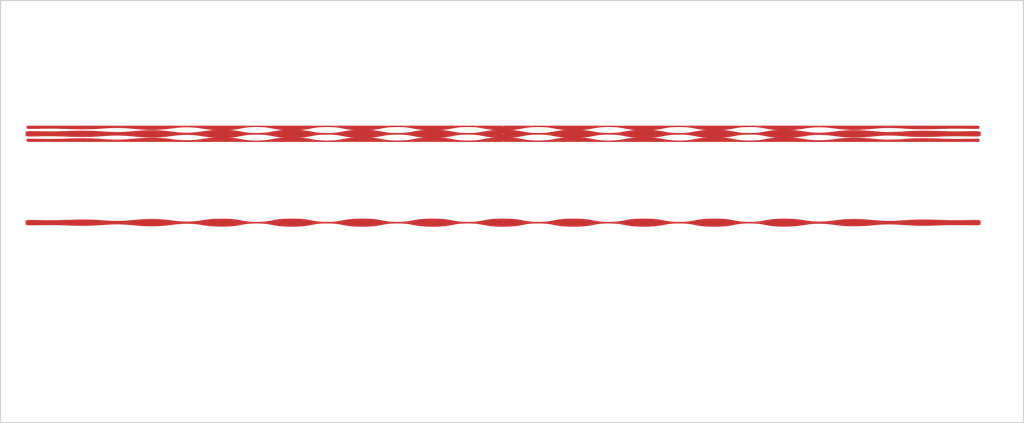
<source format=kicad_pcb>
(kicad_pcb (version 20221018) (generator pcbnew)
  (layers (0 "F.Cu" signal "Dessus.Cu") (31 "B.Cu" signal "Dessous.Cu") (34 "B.Paste" user) (35 "F.Paste" user) (36 "B.SilkS" user) (37 "F.SilkS" user) (38 "B.Mask" user) (39 "F.Mask" user) (44 "Edge.Cuts" user))
  (net 0 "")
  (footprint "POLY" (layer "F.Cu") (at 203.17968 117.21084)
    (fp_text reference "POLY")
    (fp_text value "VAL**")
  )
  (footprint "POLY" (layer "F.Cu") (at 203.2 144.78)
    (fp_text reference "POLY")
    (fp_text value "VAL**")
  )
  (footprint "POLY" (layer "F.Cu") (at 203.2 119.38)
    (fp_text reference "POLY")
    (fp_text value "VAL**")
  )
  (footprint "POLY" (layer "F.Cu") (at 203.18984 121.54408)
    (fp_text reference "POLY")
    (fp_text value "VAL**")
  )
  (gr_line (start 59.69 201.93) (end 59.69 81.28) (stroke (width 0.3048)) (layer "Edge.Cuts"))
  (gr_line (start 351.79 201.93) (end 59.69 201.93) (stroke (width 0.3048)) (layer "Edge.Cuts"))
  (gr_line (start 59.69 81.28) (end 351.79 81.28) (stroke (width 0.3048)) (layer "Edge.Cuts"))
  (gr_line (start 351.79 81.28) (end 351.79 201.93) (stroke (width 0.3048)) (layer "Edge.Cuts"))
)
</source>
